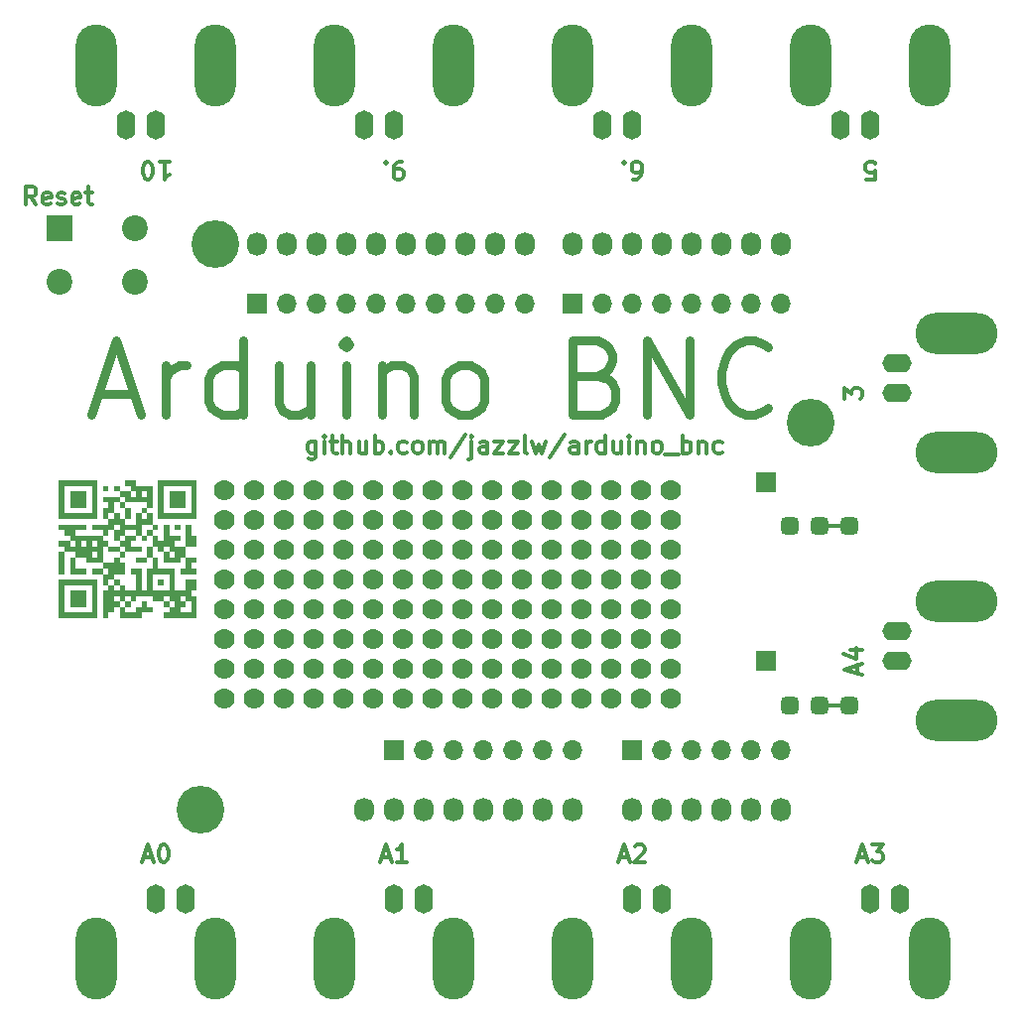
<source format=gbr>
%TF.GenerationSoftware,KiCad,Pcbnew,(6.0.8-1)-1*%
%TF.CreationDate,2023-07-19T23:06:52-04:00*%
%TF.ProjectId,bnc_shield,626e635f-7368-4696-956c-642e6b696361,rev?*%
%TF.SameCoordinates,Original*%
%TF.FileFunction,Soldermask,Top*%
%TF.FilePolarity,Negative*%
%FSLAX46Y46*%
G04 Gerber Fmt 4.6, Leading zero omitted, Abs format (unit mm)*
G04 Created by KiCad (PCBNEW (6.0.8-1)-1) date 2023-07-19 23:06:52*
%MOMM*%
%LPD*%
G01*
G04 APERTURE LIST*
G04 Aperture macros list*
%AMRoundRect*
0 Rectangle with rounded corners*
0 $1 Rounding radius*
0 $2 $3 $4 $5 $6 $7 $8 $9 X,Y pos of 4 corners*
0 Add a 4 corners polygon primitive as box body*
4,1,4,$2,$3,$4,$5,$6,$7,$8,$9,$2,$3,0*
0 Add four circle primitives for the rounded corners*
1,1,$1+$1,$2,$3*
1,1,$1+$1,$4,$5*
1,1,$1+$1,$6,$7*
1,1,$1+$1,$8,$9*
0 Add four rect primitives between the rounded corners*
20,1,$1+$1,$2,$3,$4,$5,0*
20,1,$1+$1,$4,$5,$6,$7,0*
20,1,$1+$1,$6,$7,$8,$9,0*
20,1,$1+$1,$8,$9,$2,$3,0*%
G04 Aperture macros list end*
%ADD10C,0.300000*%
%ADD11C,0.762000*%
%ADD12O,2.500000X1.600000*%
%ADD13O,7.000000X3.500000*%
%ADD14R,2.200000X2.200000*%
%ADD15C,2.200000*%
%ADD16O,1.727200X2.032000*%
%ADD17C,4.064000*%
%ADD18O,1.600000X2.500000*%
%ADD19O,3.500000X7.000000*%
%ADD20R,1.700000X1.700000*%
%ADD21O,1.700000X1.700000*%
%ADD22RoundRect,0.375000X0.375000X0.375000X-0.375000X0.375000X-0.375000X-0.375000X0.375000X-0.375000X0*%
%ADD23C,1.778000*%
G04 APERTURE END LIST*
D10*
X181760857Y-70036428D02*
X182475142Y-70036428D01*
X182546571Y-69322142D01*
X182475142Y-69393571D01*
X182332285Y-69465000D01*
X181975142Y-69465000D01*
X181832285Y-69393571D01*
X181760857Y-69322142D01*
X181689428Y-69179285D01*
X181689428Y-68822142D01*
X181760857Y-68679285D01*
X181832285Y-68607857D01*
X181975142Y-68536428D01*
X182332285Y-68536428D01*
X182475142Y-68607857D01*
X182546571Y-68679285D01*
X110918857Y-72179571D02*
X110418857Y-71465285D01*
X110061714Y-72179571D02*
X110061714Y-70679571D01*
X110633142Y-70679571D01*
X110776000Y-70751000D01*
X110847428Y-70822428D01*
X110918857Y-70965285D01*
X110918857Y-71179571D01*
X110847428Y-71322428D01*
X110776000Y-71393857D01*
X110633142Y-71465285D01*
X110061714Y-71465285D01*
X112133142Y-72108142D02*
X111990285Y-72179571D01*
X111704571Y-72179571D01*
X111561714Y-72108142D01*
X111490285Y-71965285D01*
X111490285Y-71393857D01*
X111561714Y-71251000D01*
X111704571Y-71179571D01*
X111990285Y-71179571D01*
X112133142Y-71251000D01*
X112204571Y-71393857D01*
X112204571Y-71536714D01*
X111490285Y-71679571D01*
X112776000Y-72108142D02*
X112918857Y-72179571D01*
X113204571Y-72179571D01*
X113347428Y-72108142D01*
X113418857Y-71965285D01*
X113418857Y-71893857D01*
X113347428Y-71751000D01*
X113204571Y-71679571D01*
X112990285Y-71679571D01*
X112847428Y-71608142D01*
X112776000Y-71465285D01*
X112776000Y-71393857D01*
X112847428Y-71251000D01*
X112990285Y-71179571D01*
X113204571Y-71179571D01*
X113347428Y-71251000D01*
X114633142Y-72108142D02*
X114490285Y-72179571D01*
X114204571Y-72179571D01*
X114061714Y-72108142D01*
X113990285Y-71965285D01*
X113990285Y-71393857D01*
X114061714Y-71251000D01*
X114204571Y-71179571D01*
X114490285Y-71179571D01*
X114633142Y-71251000D01*
X114704571Y-71393857D01*
X114704571Y-71536714D01*
X113990285Y-71679571D01*
X115133142Y-71179571D02*
X115704571Y-71179571D01*
X115347428Y-70679571D02*
X115347428Y-71965285D01*
X115418857Y-72108142D01*
X115561714Y-72179571D01*
X115704571Y-72179571D01*
X180971000Y-112196428D02*
X180971000Y-111482142D01*
X181399571Y-112339285D02*
X179899571Y-111839285D01*
X181399571Y-111339285D01*
X180399571Y-110196428D02*
X181399571Y-110196428D01*
X179828142Y-110553571D02*
X180899571Y-110910714D01*
X180899571Y-109982142D01*
X160726571Y-127885000D02*
X161440857Y-127885000D01*
X160583714Y-128313571D02*
X161083714Y-126813571D01*
X161583714Y-128313571D01*
X162012285Y-126956428D02*
X162083714Y-126885000D01*
X162226571Y-126813571D01*
X162583714Y-126813571D01*
X162726571Y-126885000D01*
X162798000Y-126956428D01*
X162869428Y-127099285D01*
X162869428Y-127242142D01*
X162798000Y-127456428D01*
X161940857Y-128313571D01*
X162869428Y-128313571D01*
X120086571Y-127885000D02*
X120800857Y-127885000D01*
X119943714Y-128313571D02*
X120443714Y-126813571D01*
X120943714Y-128313571D01*
X121729428Y-126813571D02*
X121872285Y-126813571D01*
X122015142Y-126885000D01*
X122086571Y-126956428D01*
X122158000Y-127099285D01*
X122229428Y-127385000D01*
X122229428Y-127742142D01*
X122158000Y-128027857D01*
X122086571Y-128170714D01*
X122015142Y-128242142D01*
X121872285Y-128313571D01*
X121729428Y-128313571D01*
X121586571Y-128242142D01*
X121515142Y-128170714D01*
X121443714Y-128027857D01*
X121372285Y-127742142D01*
X121372285Y-127385000D01*
X121443714Y-127099285D01*
X121515142Y-126956428D01*
X121586571Y-126885000D01*
X121729428Y-126813571D01*
X121443714Y-68536428D02*
X122300857Y-68536428D01*
X121872285Y-68536428D02*
X121872285Y-70036428D01*
X122015142Y-69822142D01*
X122158000Y-69679285D01*
X122300857Y-69607857D01*
X120515142Y-70036428D02*
X120372285Y-70036428D01*
X120229428Y-69965000D01*
X120158000Y-69893571D01*
X120086571Y-69750714D01*
X120015142Y-69465000D01*
X120015142Y-69107857D01*
X120086571Y-68822142D01*
X120158000Y-68679285D01*
X120229428Y-68607857D01*
X120372285Y-68536428D01*
X120515142Y-68536428D01*
X120658000Y-68607857D01*
X120729428Y-68679285D01*
X120800857Y-68822142D01*
X120872285Y-69107857D01*
X120872285Y-69465000D01*
X120800857Y-69750714D01*
X120729428Y-69893571D01*
X120658000Y-69965000D01*
X120515142Y-70036428D01*
X134800714Y-92388571D02*
X134800714Y-93602857D01*
X134729285Y-93745714D01*
X134657857Y-93817142D01*
X134515000Y-93888571D01*
X134300714Y-93888571D01*
X134157857Y-93817142D01*
X134800714Y-93317142D02*
X134657857Y-93388571D01*
X134372142Y-93388571D01*
X134229285Y-93317142D01*
X134157857Y-93245714D01*
X134086428Y-93102857D01*
X134086428Y-92674285D01*
X134157857Y-92531428D01*
X134229285Y-92460000D01*
X134372142Y-92388571D01*
X134657857Y-92388571D01*
X134800714Y-92460000D01*
X135515000Y-93388571D02*
X135515000Y-92388571D01*
X135515000Y-91888571D02*
X135443571Y-91960000D01*
X135515000Y-92031428D01*
X135586428Y-91960000D01*
X135515000Y-91888571D01*
X135515000Y-92031428D01*
X136015000Y-92388571D02*
X136586428Y-92388571D01*
X136229285Y-91888571D02*
X136229285Y-93174285D01*
X136300714Y-93317142D01*
X136443571Y-93388571D01*
X136586428Y-93388571D01*
X137086428Y-93388571D02*
X137086428Y-91888571D01*
X137729285Y-93388571D02*
X137729285Y-92602857D01*
X137657857Y-92460000D01*
X137515000Y-92388571D01*
X137300714Y-92388571D01*
X137157857Y-92460000D01*
X137086428Y-92531428D01*
X139086428Y-92388571D02*
X139086428Y-93388571D01*
X138443571Y-92388571D02*
X138443571Y-93174285D01*
X138515000Y-93317142D01*
X138657857Y-93388571D01*
X138872142Y-93388571D01*
X139015000Y-93317142D01*
X139086428Y-93245714D01*
X139800714Y-93388571D02*
X139800714Y-91888571D01*
X139800714Y-92460000D02*
X139943571Y-92388571D01*
X140229285Y-92388571D01*
X140372142Y-92460000D01*
X140443571Y-92531428D01*
X140515000Y-92674285D01*
X140515000Y-93102857D01*
X140443571Y-93245714D01*
X140372142Y-93317142D01*
X140229285Y-93388571D01*
X139943571Y-93388571D01*
X139800714Y-93317142D01*
X141157857Y-93245714D02*
X141229285Y-93317142D01*
X141157857Y-93388571D01*
X141086428Y-93317142D01*
X141157857Y-93245714D01*
X141157857Y-93388571D01*
X142515000Y-93317142D02*
X142372142Y-93388571D01*
X142086428Y-93388571D01*
X141943571Y-93317142D01*
X141872142Y-93245714D01*
X141800714Y-93102857D01*
X141800714Y-92674285D01*
X141872142Y-92531428D01*
X141943571Y-92460000D01*
X142086428Y-92388571D01*
X142372142Y-92388571D01*
X142515000Y-92460000D01*
X143372142Y-93388571D02*
X143229285Y-93317142D01*
X143157857Y-93245714D01*
X143086428Y-93102857D01*
X143086428Y-92674285D01*
X143157857Y-92531428D01*
X143229285Y-92460000D01*
X143372142Y-92388571D01*
X143586428Y-92388571D01*
X143729285Y-92460000D01*
X143800714Y-92531428D01*
X143872142Y-92674285D01*
X143872142Y-93102857D01*
X143800714Y-93245714D01*
X143729285Y-93317142D01*
X143586428Y-93388571D01*
X143372142Y-93388571D01*
X144515000Y-93388571D02*
X144515000Y-92388571D01*
X144515000Y-92531428D02*
X144586428Y-92460000D01*
X144729285Y-92388571D01*
X144943571Y-92388571D01*
X145086428Y-92460000D01*
X145157857Y-92602857D01*
X145157857Y-93388571D01*
X145157857Y-92602857D02*
X145229285Y-92460000D01*
X145372142Y-92388571D01*
X145586428Y-92388571D01*
X145729285Y-92460000D01*
X145800714Y-92602857D01*
X145800714Y-93388571D01*
X147586428Y-91817142D02*
X146300714Y-93745714D01*
X148086428Y-92388571D02*
X148086428Y-93674285D01*
X148015000Y-93817142D01*
X147872142Y-93888571D01*
X147800714Y-93888571D01*
X148086428Y-91888571D02*
X148015000Y-91960000D01*
X148086428Y-92031428D01*
X148157857Y-91960000D01*
X148086428Y-91888571D01*
X148086428Y-92031428D01*
X149443571Y-93388571D02*
X149443571Y-92602857D01*
X149372142Y-92460000D01*
X149229285Y-92388571D01*
X148943571Y-92388571D01*
X148800714Y-92460000D01*
X149443571Y-93317142D02*
X149300714Y-93388571D01*
X148943571Y-93388571D01*
X148800714Y-93317142D01*
X148729285Y-93174285D01*
X148729285Y-93031428D01*
X148800714Y-92888571D01*
X148943571Y-92817142D01*
X149300714Y-92817142D01*
X149443571Y-92745714D01*
X150015000Y-92388571D02*
X150800714Y-92388571D01*
X150015000Y-93388571D01*
X150800714Y-93388571D01*
X151229285Y-92388571D02*
X152015000Y-92388571D01*
X151229285Y-93388571D01*
X152015000Y-93388571D01*
X152800714Y-93388571D02*
X152657857Y-93317142D01*
X152586428Y-93174285D01*
X152586428Y-91888571D01*
X153229285Y-92388571D02*
X153515000Y-93388571D01*
X153800714Y-92674285D01*
X154086428Y-93388571D01*
X154372142Y-92388571D01*
X156015000Y-91817142D02*
X154729285Y-93745714D01*
X157157857Y-93388571D02*
X157157857Y-92602857D01*
X157086428Y-92460000D01*
X156943571Y-92388571D01*
X156657857Y-92388571D01*
X156515000Y-92460000D01*
X157157857Y-93317142D02*
X157015000Y-93388571D01*
X156657857Y-93388571D01*
X156515000Y-93317142D01*
X156443571Y-93174285D01*
X156443571Y-93031428D01*
X156515000Y-92888571D01*
X156657857Y-92817142D01*
X157015000Y-92817142D01*
X157157857Y-92745714D01*
X157872142Y-93388571D02*
X157872142Y-92388571D01*
X157872142Y-92674285D02*
X157943571Y-92531428D01*
X158015000Y-92460000D01*
X158157857Y-92388571D01*
X158300714Y-92388571D01*
X159443571Y-93388571D02*
X159443571Y-91888571D01*
X159443571Y-93317142D02*
X159300714Y-93388571D01*
X159015000Y-93388571D01*
X158872142Y-93317142D01*
X158800714Y-93245714D01*
X158729285Y-93102857D01*
X158729285Y-92674285D01*
X158800714Y-92531428D01*
X158872142Y-92460000D01*
X159015000Y-92388571D01*
X159300714Y-92388571D01*
X159443571Y-92460000D01*
X160800714Y-92388571D02*
X160800714Y-93388571D01*
X160157857Y-92388571D02*
X160157857Y-93174285D01*
X160229285Y-93317142D01*
X160372142Y-93388571D01*
X160586428Y-93388571D01*
X160729285Y-93317142D01*
X160800714Y-93245714D01*
X161515000Y-93388571D02*
X161515000Y-92388571D01*
X161515000Y-91888571D02*
X161443571Y-91960000D01*
X161515000Y-92031428D01*
X161586428Y-91960000D01*
X161515000Y-91888571D01*
X161515000Y-92031428D01*
X162229285Y-92388571D02*
X162229285Y-93388571D01*
X162229285Y-92531428D02*
X162300714Y-92460000D01*
X162443571Y-92388571D01*
X162657857Y-92388571D01*
X162800714Y-92460000D01*
X162872142Y-92602857D01*
X162872142Y-93388571D01*
X163800714Y-93388571D02*
X163657857Y-93317142D01*
X163586428Y-93245714D01*
X163515000Y-93102857D01*
X163515000Y-92674285D01*
X163586428Y-92531428D01*
X163657857Y-92460000D01*
X163800714Y-92388571D01*
X164015000Y-92388571D01*
X164157857Y-92460000D01*
X164229285Y-92531428D01*
X164300714Y-92674285D01*
X164300714Y-93102857D01*
X164229285Y-93245714D01*
X164157857Y-93317142D01*
X164015000Y-93388571D01*
X163800714Y-93388571D01*
X164586428Y-93531428D02*
X165729285Y-93531428D01*
X166086428Y-93388571D02*
X166086428Y-91888571D01*
X166086428Y-92460000D02*
X166229285Y-92388571D01*
X166515000Y-92388571D01*
X166657857Y-92460000D01*
X166729285Y-92531428D01*
X166800714Y-92674285D01*
X166800714Y-93102857D01*
X166729285Y-93245714D01*
X166657857Y-93317142D01*
X166515000Y-93388571D01*
X166229285Y-93388571D01*
X166086428Y-93317142D01*
X167443571Y-92388571D02*
X167443571Y-93388571D01*
X167443571Y-92531428D02*
X167515000Y-92460000D01*
X167657857Y-92388571D01*
X167872142Y-92388571D01*
X168015000Y-92460000D01*
X168086428Y-92602857D01*
X168086428Y-93388571D01*
X169443571Y-93317142D02*
X169300714Y-93388571D01*
X169015000Y-93388571D01*
X168872142Y-93317142D01*
X168800714Y-93245714D01*
X168729285Y-93102857D01*
X168729285Y-92674285D01*
X168800714Y-92531428D01*
X168872142Y-92460000D01*
X169015000Y-92388571D01*
X169300714Y-92388571D01*
X169443571Y-92460000D01*
X161869428Y-70036428D02*
X162155142Y-70036428D01*
X162298000Y-69965000D01*
X162369428Y-69893571D01*
X162512285Y-69679285D01*
X162583714Y-69393571D01*
X162583714Y-68822142D01*
X162512285Y-68679285D01*
X162440857Y-68607857D01*
X162298000Y-68536428D01*
X162012285Y-68536428D01*
X161869428Y-68607857D01*
X161798000Y-68679285D01*
X161726571Y-68822142D01*
X161726571Y-69179285D01*
X161798000Y-69322142D01*
X161869428Y-69393571D01*
X162012285Y-69465000D01*
X162298000Y-69465000D01*
X162440857Y-69393571D01*
X162512285Y-69322142D01*
X162583714Y-69179285D01*
X161083714Y-68679285D02*
X161012285Y-68607857D01*
X161083714Y-68536428D01*
X161155142Y-68607857D01*
X161083714Y-68679285D01*
X161083714Y-68536428D01*
X179899571Y-88765000D02*
X179899571Y-87836428D01*
X180471000Y-88336428D01*
X180471000Y-88122142D01*
X180542428Y-87979285D01*
X180613857Y-87907857D01*
X180756714Y-87836428D01*
X181113857Y-87836428D01*
X181256714Y-87907857D01*
X181328142Y-87979285D01*
X181399571Y-88122142D01*
X181399571Y-88550714D01*
X181328142Y-88693571D01*
X181256714Y-88765000D01*
X181046571Y-127885000D02*
X181760857Y-127885000D01*
X180903714Y-128313571D02*
X181403714Y-126813571D01*
X181903714Y-128313571D01*
X182260857Y-126813571D02*
X183189428Y-126813571D01*
X182689428Y-127385000D01*
X182903714Y-127385000D01*
X183046571Y-127456428D01*
X183118000Y-127527857D01*
X183189428Y-127670714D01*
X183189428Y-128027857D01*
X183118000Y-128170714D01*
X183046571Y-128242142D01*
X182903714Y-128313571D01*
X182475142Y-128313571D01*
X182332285Y-128242142D01*
X182260857Y-128170714D01*
X142120857Y-68536428D02*
X141835142Y-68536428D01*
X141692285Y-68607857D01*
X141620857Y-68679285D01*
X141478000Y-68893571D01*
X141406571Y-69179285D01*
X141406571Y-69750714D01*
X141478000Y-69893571D01*
X141549428Y-69965000D01*
X141692285Y-70036428D01*
X141978000Y-70036428D01*
X142120857Y-69965000D01*
X142192285Y-69893571D01*
X142263714Y-69750714D01*
X142263714Y-69393571D01*
X142192285Y-69250714D01*
X142120857Y-69179285D01*
X141978000Y-69107857D01*
X141692285Y-69107857D01*
X141549428Y-69179285D01*
X141478000Y-69250714D01*
X141406571Y-69393571D01*
X140763714Y-68679285D02*
X140692285Y-68607857D01*
X140763714Y-68536428D01*
X140835142Y-68607857D01*
X140763714Y-68679285D01*
X140763714Y-68536428D01*
D11*
X116205000Y-88307333D02*
X119228809Y-88307333D01*
X115600238Y-90121619D02*
X117716904Y-83771619D01*
X119833571Y-90121619D01*
X121950238Y-90121619D02*
X121950238Y-85888285D01*
X121950238Y-87097809D02*
X122252619Y-86493047D01*
X122555000Y-86190666D01*
X123159761Y-85888285D01*
X123764523Y-85888285D01*
X128602619Y-90121619D02*
X128602619Y-83771619D01*
X128602619Y-89819238D02*
X127997857Y-90121619D01*
X126788333Y-90121619D01*
X126183571Y-89819238D01*
X125881190Y-89516857D01*
X125578809Y-88912095D01*
X125578809Y-87097809D01*
X125881190Y-86493047D01*
X126183571Y-86190666D01*
X126788333Y-85888285D01*
X127997857Y-85888285D01*
X128602619Y-86190666D01*
X134347857Y-85888285D02*
X134347857Y-90121619D01*
X131626428Y-85888285D02*
X131626428Y-89214476D01*
X131928809Y-89819238D01*
X132533571Y-90121619D01*
X133440714Y-90121619D01*
X134045476Y-89819238D01*
X134347857Y-89516857D01*
X137371666Y-90121619D02*
X137371666Y-85888285D01*
X137371666Y-83771619D02*
X137069285Y-84074000D01*
X137371666Y-84376380D01*
X137674047Y-84074000D01*
X137371666Y-83771619D01*
X137371666Y-84376380D01*
X140395476Y-85888285D02*
X140395476Y-90121619D01*
X140395476Y-86493047D02*
X140697857Y-86190666D01*
X141302619Y-85888285D01*
X142209761Y-85888285D01*
X142814523Y-86190666D01*
X143116904Y-86795428D01*
X143116904Y-90121619D01*
X147047857Y-90121619D02*
X146443095Y-89819238D01*
X146140714Y-89516857D01*
X145838333Y-88912095D01*
X145838333Y-87097809D01*
X146140714Y-86493047D01*
X146443095Y-86190666D01*
X147047857Y-85888285D01*
X147955000Y-85888285D01*
X148559761Y-86190666D01*
X148862142Y-86493047D01*
X149164523Y-87097809D01*
X149164523Y-88912095D01*
X148862142Y-89516857D01*
X148559761Y-89819238D01*
X147955000Y-90121619D01*
X147047857Y-90121619D01*
X158840714Y-86795428D02*
X159747857Y-87097809D01*
X160050238Y-87400190D01*
X160352619Y-88004952D01*
X160352619Y-88912095D01*
X160050238Y-89516857D01*
X159747857Y-89819238D01*
X159143095Y-90121619D01*
X156724047Y-90121619D01*
X156724047Y-83771619D01*
X158840714Y-83771619D01*
X159445476Y-84074000D01*
X159747857Y-84376380D01*
X160050238Y-84981142D01*
X160050238Y-85585904D01*
X159747857Y-86190666D01*
X159445476Y-86493047D01*
X158840714Y-86795428D01*
X156724047Y-86795428D01*
X163074047Y-90121619D02*
X163074047Y-83771619D01*
X166702619Y-90121619D01*
X166702619Y-83771619D01*
X173355000Y-89516857D02*
X173052619Y-89819238D01*
X172145476Y-90121619D01*
X171540714Y-90121619D01*
X170633571Y-89819238D01*
X170028809Y-89214476D01*
X169726428Y-88609714D01*
X169424047Y-87400190D01*
X169424047Y-86493047D01*
X169726428Y-85283523D01*
X170028809Y-84678761D01*
X170633571Y-84074000D01*
X171540714Y-83771619D01*
X172145476Y-83771619D01*
X173052619Y-84074000D01*
X173355000Y-84376380D01*
D10*
X140406571Y-127885000D02*
X141120857Y-127885000D01*
X140263714Y-128313571D02*
X140763714Y-126813571D01*
X141263714Y-128313571D01*
X142549428Y-128313571D02*
X141692285Y-128313571D01*
X142120857Y-128313571D02*
X142120857Y-126813571D01*
X141978000Y-127027857D01*
X141835142Y-127170714D01*
X141692285Y-127242142D01*
%TO.C,3 jump*%
X179590000Y-99568000D02*
X178550000Y-99568000D01*
%TO.C,A4 jump*%
X179590000Y-114935000D02*
X178550000Y-114935000D01*
%TO.C,G\u002A\u002A\u002A*%
G36*
X123683888Y-98072222D02*
G01*
X122272777Y-98072222D01*
X122272777Y-96661111D01*
X123683888Y-96661111D01*
X123683888Y-98072222D01*
G37*
G36*
X118039444Y-96661111D02*
G01*
X117569074Y-96661111D01*
X117569074Y-96190740D01*
X118039444Y-96190740D01*
X118039444Y-96661111D01*
G37*
G36*
X120861666Y-100424074D02*
G01*
X120391296Y-100424074D01*
X120391296Y-99953703D01*
X120861666Y-99953703D01*
X120861666Y-100424074D01*
G37*
G36*
X113335740Y-103716666D02*
G01*
X112865370Y-103716666D01*
X112865370Y-101835185D01*
X113335740Y-101835185D01*
X113335740Y-103716666D01*
G37*
G36*
X120391296Y-98542592D02*
G01*
X120861666Y-98542592D01*
X120861666Y-99483333D01*
X119920925Y-99483333D01*
X119920925Y-100424074D01*
X119450555Y-100424074D01*
X119450555Y-99953703D01*
X118509814Y-99953703D01*
X118509814Y-100424074D01*
X118039444Y-100424074D01*
X118039444Y-100894444D01*
X117569074Y-100894444D01*
X117569074Y-99953703D01*
X118039444Y-99953703D01*
X118039444Y-99483333D01*
X117569074Y-99483333D01*
X117569074Y-99953703D01*
X117098703Y-99953703D01*
X117098703Y-100424074D01*
X116628333Y-100424074D01*
X116628333Y-99953703D01*
X115687592Y-99953703D01*
X115687592Y-99483333D01*
X117098703Y-99483333D01*
X117098703Y-99012962D01*
X117569074Y-99012962D01*
X117569074Y-98542592D01*
X118039444Y-98542592D01*
X118039444Y-99012962D01*
X118509814Y-99012962D01*
X118509814Y-99483333D01*
X119450555Y-99483333D01*
X119450555Y-98542592D01*
X119920925Y-98542592D01*
X119920925Y-98072222D01*
X120391296Y-98072222D01*
X120391296Y-97601851D01*
X118509814Y-97601851D01*
X118509814Y-97131481D01*
X118980185Y-97131481D01*
X120391296Y-97131481D01*
X120391296Y-96661111D01*
X119920925Y-96661111D01*
X119920925Y-97131481D01*
X119450555Y-97131481D01*
X119450555Y-96661111D01*
X118980185Y-96661111D01*
X118980185Y-97131481D01*
X118509814Y-97131481D01*
X118039444Y-97131481D01*
X118039444Y-97601851D01*
X117569074Y-97601851D01*
X117569074Y-98542592D01*
X117098703Y-98542592D01*
X117098703Y-99012962D01*
X116628333Y-99012962D01*
X116628333Y-98072222D01*
X117098703Y-98072222D01*
X117098703Y-97601851D01*
X116628333Y-97601851D01*
X116628333Y-97131481D01*
X118039444Y-97131481D01*
X118039444Y-96661111D01*
X118980185Y-96661111D01*
X118980185Y-96190740D01*
X118509814Y-96190740D01*
X118509814Y-95720370D01*
X119450555Y-95720370D01*
X119450555Y-96190740D01*
X120861666Y-96190740D01*
X120861666Y-98072222D01*
X120391296Y-98072222D01*
X120391296Y-98542592D01*
X119920925Y-98542592D01*
X119920925Y-99012962D01*
X120391296Y-99012962D01*
X120391296Y-98542592D01*
G37*
G36*
X117098703Y-96661111D02*
G01*
X116628333Y-96661111D01*
X116628333Y-96190740D01*
X117098703Y-96190740D01*
X117098703Y-96661111D01*
G37*
G36*
X120861666Y-102305555D02*
G01*
X120391296Y-102305555D01*
X120391296Y-101364814D01*
X120861666Y-101364814D01*
X120861666Y-102305555D01*
G37*
G36*
X120391296Y-102775925D02*
G01*
X119450555Y-102775925D01*
X119450555Y-102305555D01*
X120391296Y-102305555D01*
X120391296Y-102775925D01*
G37*
G36*
X118980185Y-99012962D02*
G01*
X118509814Y-99012962D01*
X118509814Y-98072222D01*
X118980185Y-98072222D01*
X118980185Y-99012962D01*
G37*
G36*
X122743148Y-106538888D02*
G01*
X122743148Y-106068518D01*
X123213518Y-106068518D01*
X123683888Y-106068518D01*
X123683888Y-105598148D01*
X123213518Y-105598148D01*
X123213518Y-106068518D01*
X122743148Y-106068518D01*
X122272777Y-106068518D01*
X122272777Y-106538888D01*
X121802407Y-106538888D01*
X121802407Y-106068518D01*
X122272777Y-106068518D01*
X122272777Y-105598148D01*
X121802407Y-105598148D01*
X121802407Y-106068518D01*
X120861666Y-106068518D01*
X120861666Y-105598148D01*
X119450555Y-105598148D01*
X119450555Y-106068518D01*
X118980185Y-106068518D01*
X118980185Y-106538888D01*
X118509814Y-106538888D01*
X118509814Y-107009259D01*
X119450555Y-107009259D01*
X119450555Y-106538888D01*
X119920925Y-106538888D01*
X119920925Y-106068518D01*
X120391296Y-106068518D01*
X120391296Y-106538888D01*
X120861666Y-106538888D01*
X120861666Y-107009259D01*
X119920925Y-107009259D01*
X119920925Y-107479629D01*
X118039444Y-107479629D01*
X118039444Y-106538888D01*
X118509814Y-106538888D01*
X118509814Y-106068518D01*
X118980185Y-106068518D01*
X118980185Y-105598148D01*
X118509814Y-105598148D01*
X118509814Y-106068518D01*
X118039444Y-106068518D01*
X118039444Y-106538888D01*
X117569074Y-106538888D01*
X117569074Y-107009259D01*
X117098703Y-107009259D01*
X117098703Y-107479629D01*
X116628333Y-107479629D01*
X116628333Y-106068518D01*
X117569074Y-106068518D01*
X118039444Y-106068518D01*
X118039444Y-105598148D01*
X117569074Y-105598148D01*
X117569074Y-106068518D01*
X116628333Y-106068518D01*
X116628333Y-105127777D01*
X117098703Y-105127777D01*
X117098703Y-104657407D01*
X117569074Y-104657407D01*
X117569074Y-105127777D01*
X118039444Y-105127777D01*
X118039444Y-104657407D01*
X118509814Y-104657407D01*
X118509814Y-105127777D01*
X119450555Y-105127777D01*
X119450555Y-103716666D01*
X118980185Y-103716666D01*
X118980185Y-103246296D01*
X119920925Y-103246296D01*
X119920925Y-105127777D01*
X120391296Y-105127777D01*
X120861666Y-105127777D01*
X122272777Y-105127777D01*
X122272777Y-103716666D01*
X120861666Y-103716666D01*
X120861666Y-105127777D01*
X120391296Y-105127777D01*
X120391296Y-103246296D01*
X120861666Y-103246296D01*
X120861666Y-102305555D01*
X121332037Y-102305555D01*
X121332037Y-103246296D01*
X122743148Y-103246296D01*
X122743148Y-105127777D01*
X123683888Y-105127777D01*
X123683888Y-104187037D01*
X124624629Y-104187037D01*
X124624629Y-105127777D01*
X124154259Y-105127777D01*
X124154259Y-105598148D01*
X124624629Y-105598148D01*
X124624629Y-107479629D01*
X121802407Y-107479629D01*
X121802407Y-107009259D01*
X122272777Y-107009259D01*
X123213518Y-107009259D01*
X124154259Y-107009259D01*
X124154259Y-106068518D01*
X123683888Y-106068518D01*
X123683888Y-106538888D01*
X123213518Y-106538888D01*
X123213518Y-107009259D01*
X122272777Y-107009259D01*
X122272777Y-106538888D01*
X122743148Y-106538888D01*
G37*
G36*
X114276481Y-101835185D02*
G01*
X113335740Y-101835185D01*
X113335740Y-101364814D01*
X113806111Y-101364814D01*
X114276481Y-101364814D01*
X114746851Y-101364814D01*
X115217222Y-101364814D01*
X115687592Y-101364814D01*
X116157962Y-101364814D01*
X116157962Y-100894444D01*
X115687592Y-100894444D01*
X115687592Y-101364814D01*
X115217222Y-101364814D01*
X115217222Y-100894444D01*
X114746851Y-100894444D01*
X114746851Y-101364814D01*
X114276481Y-101364814D01*
X114276481Y-100894444D01*
X113806111Y-100894444D01*
X113806111Y-101364814D01*
X113335740Y-101364814D01*
X112865370Y-101364814D01*
X112865370Y-100894444D01*
X113806111Y-100894444D01*
X113806111Y-100424074D01*
X113335740Y-100424074D01*
X113335740Y-99953703D01*
X112865370Y-99953703D01*
X112865370Y-99483333D01*
X115217222Y-99483333D01*
X115217222Y-99953703D01*
X114276481Y-99953703D01*
X114276481Y-100424074D01*
X116628333Y-100424074D01*
X116628333Y-100894444D01*
X117098703Y-100894444D01*
X117098703Y-101364814D01*
X116628333Y-101364814D01*
X116628333Y-102775925D01*
X115217222Y-102775925D01*
X115217222Y-102305555D01*
X115687592Y-102305555D01*
X116157962Y-102305555D01*
X116157962Y-101835185D01*
X115687592Y-101835185D01*
X115687592Y-102305555D01*
X115217222Y-102305555D01*
X114276481Y-102305555D01*
X114276481Y-101835185D01*
G37*
G36*
X118039444Y-102775925D02*
G01*
X118509814Y-102775925D01*
X118509814Y-103716666D01*
X117569074Y-103716666D01*
X117569074Y-104187037D01*
X117098703Y-104187037D01*
X117098703Y-104657407D01*
X116628333Y-104657407D01*
X116628333Y-103716666D01*
X117098703Y-103716666D01*
X117098703Y-103246296D01*
X116628333Y-103246296D01*
X116628333Y-103716666D01*
X115687592Y-103716666D01*
X115687592Y-103246296D01*
X116628333Y-103246296D01*
X116628333Y-102775925D01*
X117569074Y-102775925D01*
X117569074Y-102305555D01*
X118039444Y-102305555D01*
X118039444Y-102775925D01*
G37*
G36*
X122272777Y-101835185D02*
G01*
X122272777Y-101364814D01*
X121802407Y-101364814D01*
X121802407Y-101835185D01*
X121332037Y-101835185D01*
X121332037Y-101364814D01*
X120861666Y-101364814D01*
X120861666Y-100424074D01*
X121332037Y-100424074D01*
X121332037Y-100894444D01*
X121802407Y-100894444D01*
X121802407Y-99483333D01*
X122272777Y-99483333D01*
X122272777Y-100424074D01*
X123213518Y-100424074D01*
X123213518Y-100894444D01*
X122743148Y-100894444D01*
X122743148Y-101364814D01*
X123683888Y-101364814D01*
X123683888Y-102305555D01*
X123213518Y-102305555D01*
X123213518Y-102775925D01*
X121802407Y-102775925D01*
X121802407Y-102305555D01*
X122272777Y-102305555D01*
X122743148Y-102305555D01*
X122743148Y-101835185D01*
X122272777Y-101835185D01*
X122272777Y-102305555D01*
X121802407Y-102305555D01*
X121802407Y-101835185D01*
X122272777Y-101835185D01*
G37*
G36*
X119450555Y-100894444D02*
G01*
X118980185Y-100894444D01*
X118980185Y-101364814D01*
X119920925Y-101364814D01*
X119920925Y-101835185D01*
X118509814Y-101835185D01*
X118509814Y-102305555D01*
X118039444Y-102305555D01*
X118039444Y-101835185D01*
X118509814Y-101835185D01*
X118509814Y-101364814D01*
X118039444Y-101364814D01*
X118039444Y-101835185D01*
X117098703Y-101835185D01*
X117098703Y-101364814D01*
X118039444Y-101364814D01*
X118039444Y-100894444D01*
X118509814Y-100894444D01*
X118509814Y-100424074D01*
X119450555Y-100424074D01*
X119450555Y-100894444D01*
G37*
G36*
X120391296Y-100894444D02*
G01*
X119920925Y-100894444D01*
X119920925Y-100424074D01*
X120391296Y-100424074D01*
X120391296Y-100894444D01*
G37*
G36*
X116157962Y-95720370D02*
G01*
X116157962Y-99012962D01*
X112865370Y-99012962D01*
X112865370Y-98542592D01*
X113335740Y-98542592D01*
X115687592Y-98542592D01*
X115687592Y-96190740D01*
X113335740Y-96190740D01*
X113335740Y-98542592D01*
X112865370Y-98542592D01*
X112865370Y-95720370D01*
X116157962Y-95720370D01*
G37*
G36*
X118039444Y-104657407D02*
G01*
X117569074Y-104657407D01*
X117569074Y-104187037D01*
X118039444Y-104187037D01*
X118039444Y-104657407D01*
G37*
G36*
X121332037Y-99953703D02*
G01*
X120861666Y-99953703D01*
X120861666Y-99483333D01*
X121332037Y-99483333D01*
X121332037Y-99953703D01*
G37*
G36*
X121802407Y-104657407D02*
G01*
X121332037Y-104657407D01*
X121332037Y-104187037D01*
X121802407Y-104187037D01*
X121802407Y-104657407D01*
G37*
G36*
X118509814Y-98072222D02*
G01*
X118039444Y-98072222D01*
X118039444Y-97601851D01*
X118509814Y-97601851D01*
X118509814Y-98072222D01*
G37*
G36*
X114276481Y-103246296D02*
G01*
X115217222Y-103246296D01*
X115217222Y-103716666D01*
X113806111Y-103716666D01*
X113806111Y-102305555D01*
X114276481Y-102305555D01*
X114276481Y-103246296D01*
G37*
G36*
X115217222Y-98072222D02*
G01*
X113806111Y-98072222D01*
X113806111Y-96661111D01*
X115217222Y-96661111D01*
X115217222Y-98072222D01*
G37*
G36*
X115217222Y-106538888D02*
G01*
X113806111Y-106538888D01*
X113806111Y-105127777D01*
X115217222Y-105127777D01*
X115217222Y-106538888D01*
G37*
G36*
X116157962Y-104187037D02*
G01*
X116157962Y-107479629D01*
X112865370Y-107479629D01*
X112865370Y-107009259D01*
X113335740Y-107009259D01*
X115687592Y-107009259D01*
X115687592Y-104657407D01*
X113335740Y-104657407D01*
X113335740Y-107009259D01*
X112865370Y-107009259D01*
X112865370Y-104187037D01*
X116157962Y-104187037D01*
G37*
G36*
X124624629Y-95720370D02*
G01*
X124624629Y-99012962D01*
X121332037Y-99012962D01*
X121332037Y-98542592D01*
X121802407Y-98542592D01*
X124154259Y-98542592D01*
X124154259Y-96190740D01*
X121802407Y-96190740D01*
X121802407Y-98542592D01*
X121332037Y-98542592D01*
X121332037Y-95720370D01*
X124624629Y-95720370D01*
G37*
G36*
X124624629Y-102775925D02*
G01*
X124154259Y-102775925D01*
X124154259Y-103246296D01*
X124624629Y-103246296D01*
X124624629Y-103716666D01*
X123213518Y-103716666D01*
X123213518Y-103246296D01*
X123683888Y-103246296D01*
X123683888Y-102305555D01*
X124624629Y-102305555D01*
X124624629Y-102775925D01*
G37*
G36*
X124154259Y-100424074D02*
G01*
X124624629Y-100424074D01*
X124624629Y-101364814D01*
X123683888Y-101364814D01*
X123683888Y-99483333D01*
X124154259Y-99483333D01*
X124154259Y-100424074D01*
G37*
G36*
X123213518Y-99953703D02*
G01*
X122743148Y-99953703D01*
X122743148Y-99483333D01*
X123213518Y-99483333D01*
X123213518Y-99953703D01*
G37*
%TD*%
D12*
%TO.C,J7*%
X184348000Y-88265000D03*
D13*
X189428000Y-83185000D03*
X189428000Y-93345000D03*
D12*
X184348000Y-85725000D03*
%TD*%
D14*
%TO.C,SW1*%
X112880000Y-74240000D03*
D15*
X119380000Y-74240000D03*
X119380000Y-78740000D03*
X112880000Y-78740000D03*
%TD*%
D16*
%TO.C,P1*%
X138938000Y-123825000D03*
X141478000Y-123825000D03*
X144018000Y-123825000D03*
X146558000Y-123825000D03*
X149098000Y-123825000D03*
X151638000Y-123825000D03*
X154178000Y-123825000D03*
X156718000Y-123825000D03*
%TD*%
%TO.C,P2*%
X161798000Y-123825000D03*
X164338000Y-123825000D03*
X166878000Y-123825000D03*
X169418000Y-123825000D03*
X171958000Y-123825000D03*
X174498000Y-123825000D03*
%TD*%
%TO.C,P3*%
X129794000Y-75565000D03*
X132334000Y-75565000D03*
X134874000Y-75565000D03*
X137414000Y-75565000D03*
X139954000Y-75565000D03*
X142494000Y-75565000D03*
X145034000Y-75565000D03*
X147574000Y-75565000D03*
X150114000Y-75565000D03*
X152654000Y-75565000D03*
%TD*%
%TO.C,P4*%
X156718000Y-75565000D03*
X159258000Y-75565000D03*
X161798000Y-75565000D03*
X164338000Y-75565000D03*
X166878000Y-75565000D03*
X169418000Y-75565000D03*
X171958000Y-75565000D03*
X174498000Y-75565000D03*
%TD*%
D17*
%TO.C,P5*%
X124968000Y-123825000D03*
%TD*%
%TO.C,P7*%
X126238000Y-75565000D03*
%TD*%
%TO.C,P8*%
X177038000Y-90805000D03*
%TD*%
D18*
%TO.C,J10*%
X141478000Y-65405000D03*
X138938000Y-65405000D03*
D19*
X146558000Y-60325000D03*
X136398000Y-60325000D03*
%TD*%
D20*
%TO.C,J6*%
X141473000Y-118745000D03*
D21*
X144013000Y-118745000D03*
X146553000Y-118745000D03*
X149093000Y-118745000D03*
X151633000Y-118745000D03*
X154173000Y-118745000D03*
X156713000Y-118745000D03*
%TD*%
D20*
%TO.C,3 alt*%
X173228000Y-95885000D03*
%TD*%
D22*
%TO.C,3 jump*%
X180340000Y-99568000D03*
X177800000Y-99568000D03*
X175260000Y-99568000D03*
%TD*%
D18*
%TO.C,J8*%
X182118000Y-65405000D03*
D19*
X187198000Y-60325000D03*
X177038000Y-60325000D03*
D18*
X179578000Y-65405000D03*
%TD*%
D20*
%TO.C,J12*%
X161798000Y-118745000D03*
D21*
X164338000Y-118745000D03*
X166878000Y-118745000D03*
X169418000Y-118745000D03*
X171958000Y-118745000D03*
X174498000Y-118745000D03*
%TD*%
D22*
%TO.C,A4 jump*%
X180340000Y-114935000D03*
X177800000Y-114935000D03*
X175260000Y-114935000D03*
%TD*%
D18*
%TO.C,J11*%
X121158000Y-65405000D03*
D19*
X126238000Y-60325000D03*
D18*
X118618000Y-65405000D03*
D19*
X116078000Y-60325000D03*
%TD*%
D12*
%TO.C,J5*%
X184348000Y-111125000D03*
X184348000Y-108585000D03*
D13*
X189428000Y-116205000D03*
X189428000Y-106045000D03*
%TD*%
D23*
%TO.C,REF\u002A\u002A*%
X127000000Y-96520000D03*
X129540000Y-96520000D03*
X132080000Y-96520000D03*
X134620000Y-96520000D03*
X137160000Y-96520000D03*
X139700000Y-96520000D03*
X142240000Y-96520000D03*
X144780000Y-96520000D03*
X127000000Y-99060000D03*
X129540000Y-99060000D03*
X132080000Y-99060000D03*
X134620000Y-99060000D03*
X137160000Y-99060000D03*
X139700000Y-99060000D03*
X142240000Y-99060000D03*
X144780000Y-99060000D03*
X127000000Y-101600000D03*
X129540000Y-101600000D03*
X132080000Y-101600000D03*
X134620000Y-101600000D03*
X137160000Y-101600000D03*
X139700000Y-101600000D03*
X142240000Y-101600000D03*
X144780000Y-101600000D03*
X127000000Y-104140000D03*
X129540000Y-104140000D03*
X132080000Y-104140000D03*
X134620000Y-104140000D03*
X137160000Y-104140000D03*
X139700000Y-104140000D03*
X142240000Y-104140000D03*
X144780000Y-104140000D03*
X127000000Y-106680000D03*
X129540000Y-106680000D03*
X132080000Y-106680000D03*
X134620000Y-106680000D03*
X137160000Y-106680000D03*
X139700000Y-106680000D03*
X142240000Y-106680000D03*
X144780000Y-106680000D03*
X127000000Y-109220000D03*
X129540000Y-109220000D03*
X132080000Y-109220000D03*
X134620000Y-109220000D03*
X137160000Y-109220000D03*
X139700000Y-109220000D03*
X142240000Y-109220000D03*
X144780000Y-109220000D03*
X127000000Y-111760000D03*
X129540000Y-111760000D03*
X132080000Y-111760000D03*
X134620000Y-111760000D03*
X137160000Y-111760000D03*
X139700000Y-111760000D03*
X142240000Y-111760000D03*
X144780000Y-111760000D03*
X127000000Y-114300000D03*
X129540000Y-114300000D03*
X132080000Y-114300000D03*
X134620000Y-114300000D03*
X137160000Y-114300000D03*
X139700000Y-114300000D03*
X142240000Y-114300000D03*
X144780000Y-114300000D03*
%TD*%
D20*
%TO.C,J14*%
X156718000Y-80645000D03*
D21*
X159258000Y-80645000D03*
X161798000Y-80645000D03*
X164338000Y-80645000D03*
X166878000Y-80645000D03*
X169418000Y-80645000D03*
X171958000Y-80645000D03*
X174498000Y-80645000D03*
%TD*%
D18*
%TO.C,J1*%
X121158000Y-131445000D03*
D19*
X116078000Y-136525000D03*
X126238000Y-136525000D03*
D18*
X123698000Y-131445000D03*
%TD*%
%TO.C,J4*%
X182118000Y-131445000D03*
D19*
X187198000Y-136525000D03*
D18*
X184658000Y-131445000D03*
D19*
X177038000Y-136525000D03*
%TD*%
D23*
%TO.C,REF\u002A\u002A*%
X147320000Y-96520000D03*
X149860000Y-96520000D03*
X152400000Y-96520000D03*
X154940000Y-96520000D03*
X157480000Y-96520000D03*
X160020000Y-96520000D03*
X162560000Y-96520000D03*
X165100000Y-96520000D03*
X147320000Y-99060000D03*
X149860000Y-99060000D03*
X152400000Y-99060000D03*
X154940000Y-99060000D03*
X157480000Y-99060000D03*
X160020000Y-99060000D03*
X162560000Y-99060000D03*
X165100000Y-99060000D03*
X147320000Y-101600000D03*
X149860000Y-101600000D03*
X152400000Y-101600000D03*
X154940000Y-101600000D03*
X157480000Y-101600000D03*
X160020000Y-101600000D03*
X162560000Y-101600000D03*
X165100000Y-101600000D03*
X147320000Y-104140000D03*
X149860000Y-104140000D03*
X152400000Y-104140000D03*
X154940000Y-104140000D03*
X157480000Y-104140000D03*
X160020000Y-104140000D03*
X162560000Y-104140000D03*
X165100000Y-104140000D03*
X147320000Y-106680000D03*
X149860000Y-106680000D03*
X152400000Y-106680000D03*
X154940000Y-106680000D03*
X157480000Y-106680000D03*
X160020000Y-106680000D03*
X162560000Y-106680000D03*
X165100000Y-106680000D03*
X147320000Y-109220000D03*
X149860000Y-109220000D03*
X152400000Y-109220000D03*
X154940000Y-109220000D03*
X157480000Y-109220000D03*
X160020000Y-109220000D03*
X162560000Y-109220000D03*
X165100000Y-109220000D03*
X147320000Y-111760000D03*
X149860000Y-111760000D03*
X152400000Y-111760000D03*
X154940000Y-111760000D03*
X157480000Y-111760000D03*
X160020000Y-111760000D03*
X162560000Y-111760000D03*
X165100000Y-111760000D03*
X147320000Y-114300000D03*
X149860000Y-114300000D03*
X152400000Y-114300000D03*
X154940000Y-114300000D03*
X157480000Y-114300000D03*
X160020000Y-114300000D03*
X162560000Y-114300000D03*
X165100000Y-114300000D03*
%TD*%
D20*
%TO.C,A4 alt*%
X173228000Y-111125000D03*
%TD*%
D18*
%TO.C,J3*%
X161798000Y-131445000D03*
D19*
X166878000Y-136525000D03*
D18*
X164338000Y-131445000D03*
D19*
X156718000Y-136525000D03*
%TD*%
D18*
%TO.C,J9*%
X159258000Y-65405000D03*
D19*
X166878000Y-60325000D03*
X156718000Y-60325000D03*
D18*
X161798000Y-65405000D03*
%TD*%
D20*
%TO.C,J13*%
X129794000Y-80645000D03*
D21*
X132334000Y-80645000D03*
X134874000Y-80645000D03*
X137414000Y-80645000D03*
X139954000Y-80645000D03*
X142494000Y-80645000D03*
X145034000Y-80645000D03*
X147574000Y-80645000D03*
X150114000Y-80645000D03*
X152654000Y-80645000D03*
%TD*%
D18*
%TO.C,J2*%
X141478000Y-131445000D03*
X144018000Y-131445000D03*
D19*
X146558000Y-136525000D03*
X136398000Y-136525000D03*
%TD*%
M02*

</source>
